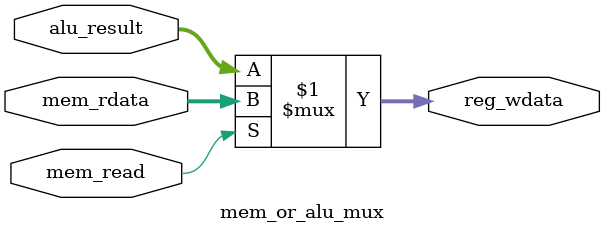
<source format=v>
`timescale 1ns / 1ps

module mem_or_alu_mux (
    input  wire [15:0] alu_result,
    input  wire [15:0] mem_rdata,
    input  wire        mem_read,
    output wire [15:0] reg_wdata
);

assign reg_wdata = mem_read ? mem_rdata : alu_result;

endmodule

</source>
